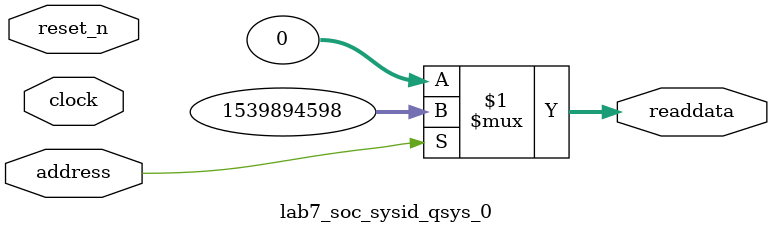
<source format=v>



// synthesis translate_off
`timescale 1ns / 1ps
// synthesis translate_on

// turn off superfluous verilog processor warnings 
// altera message_level Level1 
// altera message_off 10034 10035 10036 10037 10230 10240 10030 

module lab7_soc_sysid_qsys_0 (
               // inputs:
                address,
                clock,
                reset_n,

               // outputs:
                readdata
             )
;

  output  [ 31: 0] readdata;
  input            address;
  input            clock;
  input            reset_n;

  wire    [ 31: 0] readdata;
  //control_slave, which is an e_avalon_slave
  assign readdata = address ? 1539894598 : 0;

endmodule



</source>
